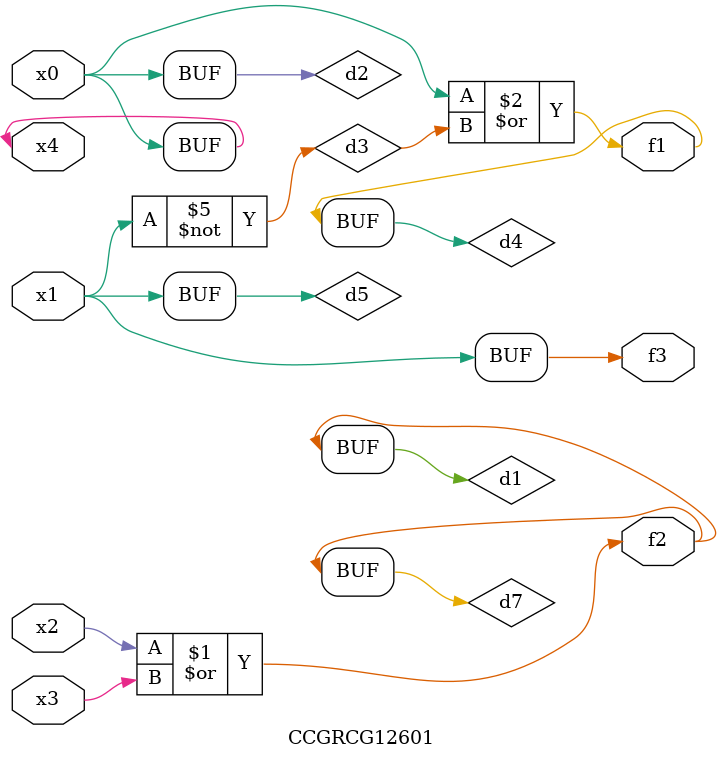
<source format=v>
module CCGRCG12601(
	input x0, x1, x2, x3, x4,
	output f1, f2, f3
);

	wire d1, d2, d3, d4, d5, d6, d7;

	or (d1, x2, x3);
	buf (d2, x0, x4);
	not (d3, x1);
	or (d4, d2, d3);
	not (d5, d3);
	nand (d6, d1, d3);
	or (d7, d1);
	assign f1 = d4;
	assign f2 = d7;
	assign f3 = d5;
endmodule

</source>
